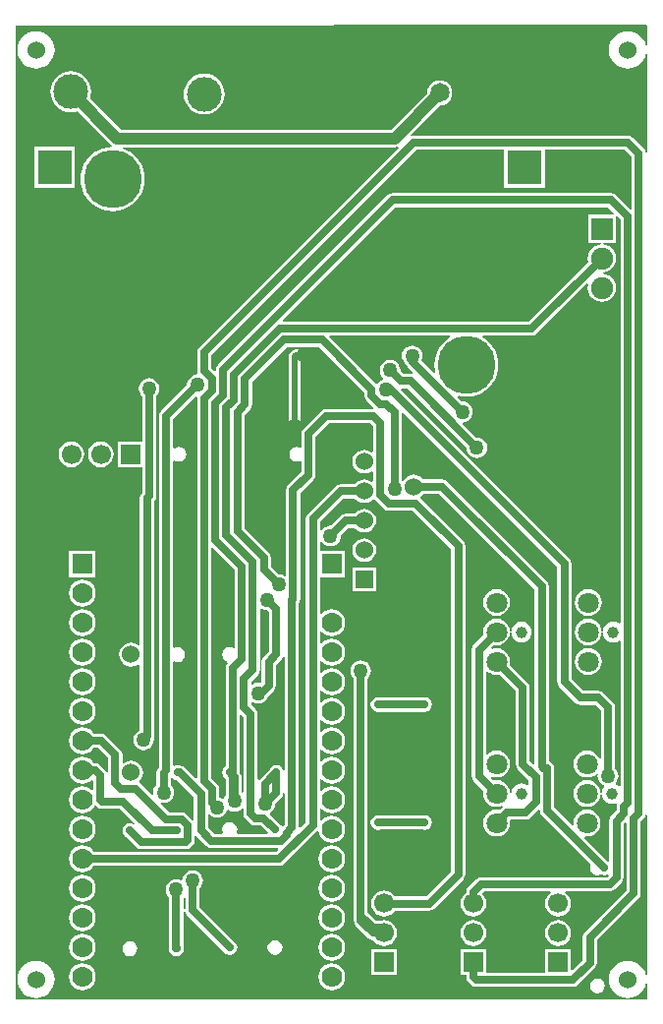
<source format=gtl>
G04 Layer_Physical_Order=1*
G04 Layer_Color=25308*
%FSLAX24Y24*%
%MOIN*%
G70*
G01*
G75*
%ADD10C,0.0197*%
%ADD11C,0.0276*%
%ADD12C,0.0394*%
%ADD13C,0.0600*%
%ADD14C,0.0700*%
%ADD15R,0.0700X0.0700*%
%ADD16R,0.0669X0.0669*%
%ADD17C,0.0669*%
%ADD18R,0.0669X0.0669*%
%ADD19R,0.0750X0.0750*%
%ADD20C,0.0750*%
%ADD21C,0.1181*%
%ADD22C,0.0709*%
%ADD23C,0.0394*%
%ADD24R,0.0600X0.0600*%
%ADD25R,0.1181X0.1181*%
%ADD26C,0.1969*%
%ADD27C,0.0650*%
%ADD28C,0.0500*%
G36*
X16105Y30361D02*
X16096Y30319D01*
Y17462D01*
X16050Y17443D01*
X15684Y17809D01*
X15605Y17862D01*
X15512Y17880D01*
X15496D01*
X15433Y17893D01*
X15336Y17873D01*
X15327Y17867D01*
X15282Y17891D01*
Y21385D01*
X15327Y21408D01*
X15336Y21402D01*
X15433Y21383D01*
X15531Y21402D01*
X15613Y21458D01*
X15669Y21540D01*
X15688Y21638D01*
X15669Y21735D01*
X15613Y21818D01*
X15531Y21873D01*
X15433Y21893D01*
X15336Y21873D01*
X15327Y21867D01*
X15282Y21891D01*
Y28202D01*
X15332Y28229D01*
X15391Y28190D01*
X15488Y28170D01*
X15586Y28190D01*
X15668Y28245D01*
X15724Y28328D01*
X15743Y28425D01*
X15724Y28523D01*
X15668Y28605D01*
X15586Y28661D01*
X15488Y28680D01*
X15391Y28661D01*
X15332Y28622D01*
X15282Y28649D01*
Y29610D01*
X16058Y30386D01*
X16105Y30361D01*
D02*
G37*
G36*
X26031Y21005D02*
X26141Y20959D01*
X26260Y20943D01*
X26362Y20957D01*
X26908Y20411D01*
Y17930D01*
X26926Y17837D01*
X26979Y17759D01*
X27352Y17385D01*
Y17237D01*
X27307Y17215D01*
X27285Y17231D01*
X27201Y17266D01*
X27110Y17278D01*
X27020Y17266D01*
X26936Y17231D01*
X26863Y17176D01*
X26808Y17104D01*
X26773Y17019D01*
X26765Y16957D01*
X26714D01*
X26703Y17048D01*
X26657Y17158D01*
X26584Y17253D01*
X26489Y17326D01*
X26378Y17372D01*
X26260Y17387D01*
X26158Y17374D01*
X26070Y17462D01*
X26098Y17504D01*
X26141Y17486D01*
X26260Y17471D01*
X26378Y17486D01*
X26489Y17532D01*
X26584Y17605D01*
X26657Y17700D01*
X26702Y17811D01*
X26718Y17929D01*
X26702Y18048D01*
X26657Y18158D01*
X26584Y18253D01*
X26489Y18326D01*
X26378Y18372D01*
X26260Y18387D01*
X26141Y18372D01*
X26031Y18326D01*
X25952Y18266D01*
X25902Y18288D01*
Y21043D01*
X25952Y21065D01*
X26031Y21005D01*
D02*
G37*
G36*
X21780Y30517D02*
Y30418D01*
X21798Y30325D01*
X21851Y30247D01*
X22086Y30011D01*
X22085Y30004D01*
X22064Y29962D01*
X20480D01*
X20387Y29944D01*
X20309Y29891D01*
X19709Y29291D01*
X19656Y29213D01*
X19638Y29120D01*
Y28679D01*
X19593Y28656D01*
X19586Y28661D01*
X19488Y28680D01*
X19391Y28661D01*
X19308Y28605D01*
X19253Y28523D01*
X19233Y28425D01*
X19253Y28328D01*
X19308Y28245D01*
X19391Y28190D01*
X19488Y28170D01*
X19586Y28190D01*
X19593Y28195D01*
X19638Y28171D01*
Y27830D01*
X19186Y27379D01*
X19134Y27301D01*
X19115Y27208D01*
Y24319D01*
X19071Y24297D01*
X19047Y24316D01*
X18961Y24351D01*
X18870Y24363D01*
X18861Y24362D01*
X18608Y24615D01*
Y24930D01*
X18590Y25023D01*
X18537Y25102D01*
X17708Y25931D01*
Y29752D01*
X17896Y29940D01*
X17949Y30018D01*
X17967Y30111D01*
X17967Y30111D01*
Y30872D01*
X19157Y32062D01*
X20235D01*
X21780Y30517D01*
D02*
G37*
G36*
X22068Y29390D02*
Y28513D01*
X22018Y28489D01*
X21973Y28523D01*
X21876Y28563D01*
X21772Y28577D01*
X21667Y28563D01*
X21570Y28523D01*
X21486Y28458D01*
X21422Y28375D01*
X21382Y28278D01*
X21368Y28173D01*
X21382Y28069D01*
X21422Y27971D01*
X21486Y27888D01*
X21570Y27824D01*
X21667Y27784D01*
X21772Y27770D01*
X21876Y27784D01*
X21973Y27824D01*
X22018Y27858D01*
X22068Y27833D01*
Y27513D01*
X22018Y27489D01*
X21973Y27523D01*
X21876Y27563D01*
X21772Y27577D01*
X21667Y27563D01*
X21570Y27523D01*
X21486Y27459D01*
X21454Y27416D01*
X20965D01*
X20872Y27397D01*
X20793Y27345D01*
X19860Y26411D01*
X19807Y26333D01*
X19789Y26240D01*
Y15962D01*
X19599Y15772D01*
X19552Y15796D01*
Y23382D01*
X19582Y23426D01*
X19600Y23518D01*
Y27107D01*
X20051Y27559D01*
X20104Y27637D01*
X20122Y27730D01*
Y29020D01*
X20580Y29478D01*
X21980D01*
X22068Y29390D01*
D02*
G37*
G36*
X18303Y23184D02*
X18389Y23149D01*
X18480Y23137D01*
X18489Y23138D01*
X18537Y23090D01*
Y21738D01*
X18359Y21560D01*
X18306Y21481D01*
X18288Y21388D01*
Y20717D01*
X18286Y20714D01*
X18238Y20675D01*
X18180Y20683D01*
X18089Y20671D01*
X18003Y20636D01*
X17976Y20615D01*
X17931Y20637D01*
Y20721D01*
X18161Y20951D01*
X18214Y21030D01*
X18232Y21123D01*
Y23182D01*
X18277Y23204D01*
X18303Y23184D01*
D02*
G37*
G36*
X17372Y24519D02*
Y21880D01*
X17328Y21856D01*
X17302Y21873D01*
X17205Y21893D01*
X17107Y21873D01*
X17024Y21818D01*
X16969Y21735D01*
X16950Y21638D01*
X16969Y21540D01*
X17024Y21458D01*
X17106Y21403D01*
X17109Y21401D01*
X17127Y21347D01*
X17089Y21290D01*
X17071Y21197D01*
Y17849D01*
X17024Y17818D01*
X16969Y17735D01*
X16950Y17638D01*
X16969Y17540D01*
X17024Y17458D01*
X17071Y17427D01*
Y16868D01*
X17054Y16847D01*
X17025Y16776D01*
X16973Y16753D01*
X16957Y16766D01*
X16871Y16801D01*
X16848Y16804D01*
Y17076D01*
X16830Y17168D01*
X16777Y17247D01*
X16581Y17443D01*
Y25244D01*
X16627Y25263D01*
X17372Y24519D01*
D02*
G37*
G36*
X28318Y24630D02*
Y20730D01*
X28336Y20637D01*
X28389Y20559D01*
X28949Y19999D01*
X29027Y19946D01*
X29120Y19928D01*
X29610D01*
X29798Y19740D01*
Y18120D01*
X29748Y18110D01*
X29728Y18158D01*
X29655Y18253D01*
X29560Y18326D01*
X29449Y18372D01*
X29331Y18387D01*
X29212Y18372D01*
X29102Y18326D01*
X29007Y18253D01*
X28934Y18158D01*
X28888Y18048D01*
X28872Y17929D01*
X28888Y17811D01*
X28934Y17700D01*
X29007Y17605D01*
X29102Y17532D01*
X29212Y17486D01*
X29331Y17471D01*
X29449Y17486D01*
X29560Y17532D01*
X29646Y17598D01*
X29678Y17586D01*
X29693Y17574D01*
X29687Y17530D01*
X29699Y17439D01*
X29734Y17353D01*
X29790Y17280D01*
X29863Y17224D01*
X29900Y17209D01*
X29914Y17149D01*
X29879Y17104D01*
X29844Y17019D01*
X29836Y16957D01*
X29785D01*
X29773Y17048D01*
X29728Y17158D01*
X29655Y17253D01*
X29560Y17326D01*
X29449Y17372D01*
X29331Y17387D01*
X29212Y17372D01*
X29102Y17326D01*
X29007Y17253D01*
X28934Y17158D01*
X28888Y17048D01*
X28872Y16929D01*
X28888Y16811D01*
X28934Y16700D01*
X29007Y16605D01*
X29102Y16532D01*
X29212Y16487D01*
X29331Y16471D01*
X29449Y16487D01*
X29560Y16532D01*
X29655Y16605D01*
X29728Y16700D01*
X29773Y16811D01*
X29785Y16901D01*
X29836D01*
X29844Y16839D01*
X29879Y16755D01*
X29934Y16682D01*
X30007Y16627D01*
X30091Y16592D01*
X30181Y16580D01*
X30271Y16592D01*
X30312Y16609D01*
X30323Y16603D01*
X30351Y16571D01*
X30336Y16492D01*
Y16349D01*
X30159Y16171D01*
X30106Y16093D01*
X30088Y16000D01*
Y14651D01*
X30041Y14632D01*
X29241Y15432D01*
X29265Y15480D01*
X29331Y15471D01*
X29449Y15487D01*
X29560Y15532D01*
X29655Y15605D01*
X29728Y15700D01*
X29773Y15811D01*
X29789Y15929D01*
X29773Y16048D01*
X29728Y16158D01*
X29655Y16253D01*
X29560Y16326D01*
X29449Y16372D01*
X29331Y16387D01*
X29212Y16372D01*
X29102Y16326D01*
X29007Y16253D01*
X28934Y16158D01*
X28888Y16048D01*
X28872Y15929D01*
X28881Y15863D01*
X28834Y15840D01*
X28212Y16461D01*
X28212Y17789D01*
Y17789D01*
Y17789D01*
X28205Y17826D01*
X28194Y17881D01*
X28194Y17881D01*
Y17881D01*
X28167Y17921D01*
X28141Y17960D01*
X28141D01*
Y17960D01*
X28102Y17986D01*
X28062Y18013D01*
X28062D01*
X28062Y18013D01*
X28042Y18017D01*
Y23950D01*
X28024Y24043D01*
X27971Y24121D01*
X24587Y27506D01*
X24508Y27559D01*
X24415Y27577D01*
X23772D01*
X23739Y27620D01*
X23656Y27684D01*
X23558Y27724D01*
X23454Y27738D01*
X23350Y27724D01*
X23252Y27684D01*
X23169Y27620D01*
X23105Y27536D01*
X23093Y27508D01*
X23092Y27507D01*
X23042Y27517D01*
Y29834D01*
X23067Y29853D01*
X23085Y29863D01*
X28318Y24630D01*
D02*
G37*
G36*
X19068Y21548D02*
Y17728D01*
X19018Y17723D01*
X19015Y17735D01*
X18960Y17818D01*
X18877Y17873D01*
X18780Y17893D01*
X18682Y17873D01*
X18599Y17818D01*
X18564Y17765D01*
X18229Y17430D01*
X18205Y17394D01*
X18155Y17409D01*
Y19623D01*
X18136Y19715D01*
X18084Y19794D01*
X17931Y19947D01*
Y20023D01*
X17976Y20045D01*
X18003Y20024D01*
X18089Y19989D01*
X18180Y19977D01*
X18271Y19989D01*
X18357Y20024D01*
X18430Y20080D01*
X18486Y20153D01*
X18506Y20204D01*
X18701Y20399D01*
X18754Y20477D01*
X18772Y20570D01*
Y21288D01*
X18907Y21422D01*
X18960Y21458D01*
X19015Y21540D01*
X19018Y21553D01*
X19068Y21548D01*
D02*
G37*
G36*
X17670Y19522D02*
Y16986D01*
X17620Y16960D01*
X17612Y16965D01*
Y17473D01*
X17594Y17565D01*
X17556Y17623D01*
Y19571D01*
X17602Y19590D01*
X17670Y19522D01*
D02*
G37*
G36*
Y16408D02*
Y16260D01*
X17688Y16167D01*
X17741Y16089D01*
X17909Y15921D01*
X17987Y15868D01*
X18080Y15850D01*
X18256D01*
X18493Y15612D01*
X18473Y15562D01*
X17468D01*
X17439Y15603D01*
X17440Y15612D01*
X17460Y15709D01*
X17440Y15806D01*
X17385Y15889D01*
X17302Y15944D01*
X17205Y15964D01*
X17107Y15944D01*
X17024Y15889D01*
X16969Y15806D01*
X16950Y15709D01*
X16969Y15612D01*
X16970Y15603D01*
X16942Y15562D01*
X16690D01*
X16472Y15780D01*
Y16204D01*
X16522Y16221D01*
X16530Y16210D01*
X16603Y16154D01*
X16689Y16119D01*
X16780Y16107D01*
X16871Y16119D01*
X16957Y16154D01*
X17030Y16210D01*
X17086Y16283D01*
X17115Y16354D01*
X17167Y16377D01*
X17183Y16364D01*
X17269Y16329D01*
X17360Y16317D01*
X17365Y16318D01*
X17370Y16317D01*
X17461Y16329D01*
X17547Y16364D01*
X17620Y16420D01*
X17622Y16424D01*
X17670Y16408D01*
D02*
G37*
G36*
X30848Y38510D02*
Y36751D01*
X30801Y36732D01*
X30321Y37211D01*
X30243Y37264D01*
X30150Y37282D01*
X22730D01*
X22637Y37264D01*
X22559Y37211D01*
X16802Y31455D01*
X16749Y31376D01*
X16731Y31283D01*
Y31257D01*
X16685Y31238D01*
X16581Y31342D01*
Y31778D01*
X23540Y38738D01*
X26514D01*
Y37459D01*
X27895D01*
Y38738D01*
X30620D01*
X30848Y38510D01*
D02*
G37*
G36*
X31374Y42953D02*
Y42281D01*
X31324Y42273D01*
X31295Y42369D01*
X31236Y42479D01*
X31157Y42575D01*
X31061Y42654D01*
X30951Y42712D01*
X30832Y42748D01*
X30709Y42761D01*
X30585Y42748D01*
X30466Y42712D01*
X30356Y42654D01*
X30260Y42575D01*
X30181Y42479D01*
X30122Y42369D01*
X30086Y42250D01*
X30074Y42126D01*
X30086Y42002D01*
X30122Y41883D01*
X30181Y41773D01*
X30260Y41677D01*
X30356Y41598D01*
X30466Y41540D01*
X30585Y41504D01*
X30709Y41491D01*
X30832Y41504D01*
X30951Y41540D01*
X31061Y41598D01*
X31157Y41677D01*
X31236Y41773D01*
X31295Y41883D01*
X31324Y41978D01*
X31374Y41971D01*
Y38658D01*
X31324Y38653D01*
X31314Y38703D01*
X31261Y38781D01*
X30891Y39151D01*
X30813Y39204D01*
X30720Y39222D01*
X23440D01*
X23363Y39207D01*
X23338Y39253D01*
X24326Y40241D01*
X24331Y40241D01*
X24442Y40255D01*
X24545Y40298D01*
X24634Y40366D01*
X24702Y40455D01*
X24745Y40558D01*
X24759Y40669D01*
X24745Y40780D01*
X24702Y40884D01*
X24634Y40972D01*
X24545Y41040D01*
X24442Y41083D01*
X24331Y41098D01*
X24220Y41083D01*
X24116Y41040D01*
X24028Y40972D01*
X23960Y40884D01*
X23917Y40780D01*
X23902Y40669D01*
X23903Y40665D01*
X22671Y39433D01*
X13510D01*
X12463Y40480D01*
X12492Y40573D01*
X12505Y40709D01*
X12492Y40844D01*
X12452Y40974D01*
X12388Y41094D01*
X12302Y41199D01*
X12197Y41286D01*
X12077Y41350D01*
X11946Y41389D01*
X11811Y41403D01*
X11676Y41389D01*
X11545Y41350D01*
X11426Y41286D01*
X11320Y41199D01*
X11234Y41094D01*
X11170Y40974D01*
X11130Y40844D01*
X11117Y40709D01*
X11130Y40573D01*
X11170Y40443D01*
X11234Y40323D01*
X11320Y40218D01*
X11426Y40132D01*
X11545Y40068D01*
X11676Y40028D01*
X11811Y40015D01*
X11946Y40028D01*
X12040Y40056D01*
X13174Y38922D01*
X13213Y38892D01*
X13198Y38841D01*
X13058Y38830D01*
X12892Y38790D01*
X12735Y38725D01*
X12589Y38636D01*
X12459Y38525D01*
X12348Y38395D01*
X12259Y38250D01*
X12194Y38092D01*
X12154Y37926D01*
X12141Y37756D01*
X12154Y37586D01*
X12194Y37420D01*
X12259Y37262D01*
X12348Y37117D01*
X12459Y36987D01*
X12589Y36876D01*
X12735Y36787D01*
X12892Y36722D01*
X13058Y36682D01*
X13228Y36668D01*
X13398Y36682D01*
X13564Y36722D01*
X13722Y36787D01*
X13868Y36876D01*
X13997Y36987D01*
X14108Y37117D01*
X14197Y37262D01*
X14263Y37420D01*
X14303Y37586D01*
X14316Y37756D01*
X14303Y37926D01*
X14263Y38092D01*
X14197Y38250D01*
X14108Y38395D01*
X13997Y38525D01*
X13868Y38636D01*
X13722Y38725D01*
X13578Y38784D01*
X13588Y38834D01*
X22795D01*
X22873Y38845D01*
X22894Y38853D01*
X22904Y38858D01*
X22932Y38815D01*
X16167Y32050D01*
X16115Y31971D01*
X16096Y31879D01*
Y31241D01*
X16108Y31181D01*
X16073Y31129D01*
X16072Y31128D01*
X16019Y31121D01*
X15933Y31086D01*
X15860Y31030D01*
X15804Y30957D01*
X15769Y30871D01*
X15757Y30780D01*
X15758Y30771D01*
X14869Y29881D01*
X14816Y29803D01*
X14798Y29710D01*
Y17810D01*
X14789Y17802D01*
X14737Y17723D01*
X14718Y17631D01*
Y17224D01*
X14711Y17218D01*
X14655Y17145D01*
X14620Y17060D01*
X14608Y16968D01*
X14617Y16897D01*
X14570Y16873D01*
X14171Y17271D01*
X14136Y17295D01*
X14134Y17345D01*
X14144Y17353D01*
X14208Y17436D01*
X14248Y17533D01*
X14262Y17638D01*
X14248Y17742D01*
X14208Y17840D01*
X14144Y17923D01*
X14060Y17987D01*
X13963Y18028D01*
X13858Y18041D01*
X13754Y18028D01*
X13657Y17987D01*
X13612Y17953D01*
X13562Y17978D01*
Y18240D01*
X13544Y18333D01*
X13491Y18411D01*
X13015Y18888D01*
X12936Y18941D01*
X12843Y18959D01*
X12586D01*
X12526Y19037D01*
X12432Y19110D01*
X12322Y19155D01*
X12205Y19170D01*
X12087Y19155D01*
X11978Y19110D01*
X11884Y19037D01*
X11812Y18943D01*
X11766Y18834D01*
X11751Y18717D01*
X11766Y18599D01*
X11812Y18490D01*
X11884Y18396D01*
X11978Y18323D01*
X12087Y18278D01*
X12205Y18263D01*
X12322Y18278D01*
X12432Y18323D01*
X12526Y18396D01*
X12586Y18474D01*
X12743D01*
X13078Y18140D01*
Y17657D01*
X13077Y17657D01*
X13028Y17649D01*
X12981Y17718D01*
X12811Y17888D01*
X12733Y17941D01*
X12640Y17959D01*
X12586D01*
X12526Y18037D01*
X12432Y18110D01*
X12322Y18155D01*
X12205Y18170D01*
X12087Y18155D01*
X11978Y18110D01*
X11884Y18037D01*
X11812Y17943D01*
X11766Y17834D01*
X11751Y17717D01*
X11766Y17599D01*
X11812Y17490D01*
X11884Y17396D01*
X11978Y17323D01*
X12087Y17278D01*
X12205Y17263D01*
X12322Y17278D01*
X12432Y17323D01*
X12518Y17389D01*
X12548Y17381D01*
X12568Y17368D01*
Y17057D01*
X12518Y17044D01*
X12432Y17110D01*
X12322Y17155D01*
X12205Y17170D01*
X12087Y17155D01*
X11978Y17110D01*
X11884Y17037D01*
X11812Y16943D01*
X11766Y16834D01*
X11751Y16717D01*
X11766Y16599D01*
X11812Y16490D01*
X11884Y16396D01*
X11978Y16323D01*
X12087Y16278D01*
X12205Y16263D01*
X12322Y16278D01*
X12432Y16323D01*
X12526Y16396D01*
X12598Y16490D01*
X12608Y16514D01*
X12667Y16526D01*
X12707Y16486D01*
X12785Y16434D01*
X12878Y16415D01*
X13486D01*
X13977Y15924D01*
X13945Y15886D01*
X13916Y15905D01*
X13819Y15924D01*
X13721Y15905D01*
X13639Y15850D01*
X13583Y15767D01*
X13564Y15669D01*
X13583Y15572D01*
X13639Y15489D01*
X13692Y15454D01*
X14037Y15109D01*
X14115Y15056D01*
X14208Y15038D01*
X15702D01*
X15794Y15056D01*
X15873Y15109D01*
X15953Y15189D01*
X16006Y15267D01*
X16024Y15360D01*
Y15472D01*
X16074Y15493D01*
X16419Y15149D01*
X16497Y15096D01*
X16590Y15078D01*
X18839D01*
X18858Y15031D01*
X18786Y14959D01*
X12586D01*
X12526Y15037D01*
X12432Y15110D01*
X12322Y15155D01*
X12205Y15170D01*
X12087Y15155D01*
X11978Y15110D01*
X11884Y15037D01*
X11812Y14943D01*
X11766Y14834D01*
X11751Y14717D01*
X11766Y14599D01*
X11812Y14490D01*
X11884Y14396D01*
X11978Y14323D01*
X12087Y14278D01*
X12205Y14263D01*
X12322Y14278D01*
X12432Y14323D01*
X12526Y14396D01*
X12586Y14474D01*
X18887D01*
X18979Y14493D01*
X19058Y14545D01*
X20172Y15660D01*
X20225Y15642D01*
X20231Y15599D01*
X20276Y15490D01*
X20348Y15396D01*
X20442Y15323D01*
X20552Y15278D01*
X20669Y15263D01*
X20787Y15278D01*
X20896Y15323D01*
X20990Y15396D01*
X21062Y15490D01*
X21108Y15599D01*
X21123Y15717D01*
X21108Y15834D01*
X21062Y15943D01*
X20990Y16037D01*
X20896Y16110D01*
X20787Y16155D01*
X20669Y16170D01*
X20552Y16155D01*
X20442Y16110D01*
X20348Y16037D01*
X20324Y16006D01*
X20274Y16023D01*
Y16411D01*
X20324Y16428D01*
X20348Y16396D01*
X20442Y16323D01*
X20552Y16278D01*
X20669Y16263D01*
X20787Y16278D01*
X20896Y16323D01*
X20990Y16396D01*
X21062Y16490D01*
X21108Y16599D01*
X21123Y16717D01*
X21108Y16834D01*
X21062Y16943D01*
X20990Y17037D01*
X20896Y17110D01*
X20787Y17155D01*
X20669Y17170D01*
X20552Y17155D01*
X20442Y17110D01*
X20348Y17037D01*
X20324Y17006D01*
X20274Y17023D01*
Y17411D01*
X20324Y17428D01*
X20348Y17396D01*
X20442Y17323D01*
X20552Y17278D01*
X20669Y17263D01*
X20787Y17278D01*
X20896Y17323D01*
X20990Y17396D01*
X21062Y17490D01*
X21108Y17599D01*
X21123Y17717D01*
X21108Y17834D01*
X21062Y17943D01*
X20990Y18037D01*
X20896Y18110D01*
X20787Y18155D01*
X20669Y18170D01*
X20552Y18155D01*
X20442Y18110D01*
X20348Y18037D01*
X20324Y18006D01*
X20274Y18023D01*
Y18411D01*
X20324Y18428D01*
X20348Y18396D01*
X20442Y18323D01*
X20552Y18278D01*
X20669Y18263D01*
X20787Y18278D01*
X20896Y18323D01*
X20990Y18396D01*
X21062Y18490D01*
X21108Y18599D01*
X21123Y18717D01*
X21108Y18834D01*
X21062Y18943D01*
X20990Y19037D01*
X20896Y19110D01*
X20787Y19155D01*
X20669Y19170D01*
X20552Y19155D01*
X20442Y19110D01*
X20348Y19037D01*
X20324Y19006D01*
X20274Y19023D01*
Y19411D01*
X20324Y19428D01*
X20348Y19396D01*
X20442Y19323D01*
X20552Y19278D01*
X20669Y19263D01*
X20787Y19278D01*
X20896Y19323D01*
X20990Y19396D01*
X21062Y19490D01*
X21108Y19599D01*
X21123Y19717D01*
X21108Y19834D01*
X21062Y19943D01*
X20990Y20037D01*
X20896Y20110D01*
X20787Y20155D01*
X20669Y20170D01*
X20552Y20155D01*
X20442Y20110D01*
X20348Y20037D01*
X20324Y20006D01*
X20274Y20023D01*
Y20411D01*
X20324Y20428D01*
X20348Y20396D01*
X20442Y20323D01*
X20552Y20278D01*
X20669Y20263D01*
X20787Y20278D01*
X20896Y20323D01*
X20990Y20396D01*
X21062Y20490D01*
X21108Y20599D01*
X21123Y20717D01*
X21108Y20834D01*
X21062Y20943D01*
X20990Y21037D01*
X20896Y21110D01*
X20787Y21155D01*
X20669Y21170D01*
X20552Y21155D01*
X20442Y21110D01*
X20348Y21037D01*
X20324Y21006D01*
X20274Y21023D01*
Y21411D01*
X20324Y21428D01*
X20348Y21396D01*
X20442Y21323D01*
X20552Y21278D01*
X20669Y21263D01*
X20787Y21278D01*
X20896Y21323D01*
X20990Y21396D01*
X21062Y21490D01*
X21108Y21599D01*
X21123Y21717D01*
X21108Y21834D01*
X21062Y21943D01*
X20990Y22037D01*
X20896Y22110D01*
X20787Y22155D01*
X20669Y22170D01*
X20552Y22155D01*
X20442Y22110D01*
X20348Y22037D01*
X20324Y22006D01*
X20274Y22023D01*
Y22411D01*
X20324Y22428D01*
X20348Y22396D01*
X20442Y22323D01*
X20552Y22278D01*
X20669Y22263D01*
X20787Y22278D01*
X20896Y22323D01*
X20990Y22396D01*
X21062Y22490D01*
X21108Y22599D01*
X21123Y22717D01*
X21108Y22834D01*
X21062Y22943D01*
X20990Y23037D01*
X20896Y23110D01*
X20787Y23155D01*
X20669Y23170D01*
X20552Y23155D01*
X20442Y23110D01*
X20348Y23037D01*
X20324Y23006D01*
X20274Y23023D01*
Y24267D01*
X21119D01*
Y25167D01*
X20274D01*
Y25456D01*
X20324Y25471D01*
X20370Y25410D01*
X20443Y25354D01*
X20529Y25319D01*
X20620Y25307D01*
X20711Y25319D01*
X20797Y25354D01*
X20870Y25410D01*
X20926Y25483D01*
X20961Y25569D01*
X20973Y25660D01*
X20972Y25669D01*
X21234Y25931D01*
X21454D01*
X21486Y25888D01*
X21570Y25824D01*
X21667Y25784D01*
X21772Y25770D01*
X21876Y25784D01*
X21973Y25824D01*
X22057Y25888D01*
X22121Y25971D01*
X22161Y26069D01*
X22175Y26173D01*
X22161Y26278D01*
X22121Y26375D01*
X22057Y26458D01*
X21973Y26523D01*
X21876Y26563D01*
X21772Y26577D01*
X21667Y26563D01*
X21570Y26523D01*
X21486Y26458D01*
X21454Y26416D01*
X21133D01*
X21040Y26397D01*
X20962Y26345D01*
X20629Y26012D01*
X20620Y26013D01*
X20529Y26001D01*
X20443Y25966D01*
X20370Y25910D01*
X20324Y25849D01*
X20274Y25864D01*
Y26140D01*
X21065Y26931D01*
X21454D01*
X21486Y26888D01*
X21570Y26824D01*
X21667Y26784D01*
X21772Y26770D01*
X21876Y26784D01*
X21973Y26824D01*
X22057Y26888D01*
X22068Y26902D01*
X22117Y26900D01*
X22139Y26869D01*
X22363Y26644D01*
X22393Y26624D01*
X22439Y26579D01*
X22517Y26526D01*
X22610Y26508D01*
X23420D01*
X24718Y25210D01*
Y14300D01*
X23860Y13442D01*
X22806D01*
X22751Y13515D01*
X22660Y13584D01*
X22554Y13628D01*
X22441Y13643D01*
X22327Y13628D01*
X22222Y13584D01*
X22131Y13515D01*
X22061Y13424D01*
X22017Y13318D01*
X22003Y13205D01*
X22017Y13091D01*
X22061Y12986D01*
X22131Y12895D01*
X22222Y12825D01*
X22327Y12781D01*
X22441Y12766D01*
X22554Y12781D01*
X22660Y12825D01*
X22751Y12895D01*
X22799Y12958D01*
X23960D01*
X24053Y12976D01*
X24131Y13029D01*
X25131Y14029D01*
X25184Y14107D01*
X25202Y14200D01*
Y25310D01*
X25202Y25310D01*
X25184Y25403D01*
X25131Y25481D01*
X23691Y26921D01*
X23664Y26940D01*
X23670Y26996D01*
X23739Y27049D01*
X23772Y27092D01*
X24315D01*
X27558Y23850D01*
Y17931D01*
X27511Y17912D01*
X27392Y18030D01*
Y20511D01*
X27374Y20604D01*
X27321Y20683D01*
X26705Y21300D01*
X26718Y21402D01*
X26702Y21520D01*
X26657Y21631D01*
X26584Y21726D01*
X26489Y21798D01*
X26378Y21844D01*
X26260Y21860D01*
X26141Y21844D01*
X26098Y21826D01*
X26070Y21869D01*
X26158Y21957D01*
X26260Y21943D01*
X26378Y21959D01*
X26489Y22005D01*
X26584Y22078D01*
X26657Y22172D01*
X26703Y22283D01*
X26714Y22374D01*
X26765D01*
X26773Y22311D01*
X26808Y22227D01*
X26863Y22155D01*
X26936Y22099D01*
X27020Y22064D01*
X27110Y22053D01*
X27201Y22064D01*
X27285Y22099D01*
X27357Y22155D01*
X27413Y22227D01*
X27447Y22311D01*
X27459Y22402D01*
X27447Y22492D01*
X27413Y22576D01*
X27357Y22648D01*
X27285Y22704D01*
X27201Y22739D01*
X27110Y22751D01*
X27020Y22739D01*
X26936Y22704D01*
X26863Y22648D01*
X26808Y22576D01*
X26773Y22492D01*
X26765Y22430D01*
X26714D01*
X26703Y22520D01*
X26657Y22631D01*
X26584Y22726D01*
X26489Y22798D01*
X26378Y22844D01*
X26260Y22860D01*
X26141Y22844D01*
X26031Y22798D01*
X25936Y22726D01*
X25863Y22631D01*
X25817Y22520D01*
X25802Y22402D01*
X25815Y22300D01*
X25489Y21973D01*
X25436Y21894D01*
X25418Y21802D01*
Y17529D01*
X25436Y17436D01*
X25489Y17358D01*
X25815Y17031D01*
X25802Y16929D01*
X25817Y16811D01*
X25863Y16700D01*
X25936Y16605D01*
X26031Y16532D01*
X26141Y16487D01*
X26260Y16471D01*
X26378Y16487D01*
X26440Y16512D01*
X26463Y16468D01*
X26439Y16451D01*
X26362Y16374D01*
X26260Y16387D01*
X26141Y16372D01*
X26031Y16326D01*
X25936Y16253D01*
X25863Y16158D01*
X25817Y16048D01*
X25802Y15929D01*
X25817Y15811D01*
X25863Y15700D01*
X25936Y15605D01*
X26031Y15532D01*
X26141Y15487D01*
X26260Y15471D01*
X26378Y15487D01*
X26489Y15532D01*
X26584Y15605D01*
X26657Y15700D01*
X26702Y15811D01*
X26718Y15929D01*
X26710Y15988D01*
X26754Y16038D01*
X27234D01*
X27327Y16056D01*
X27406Y16109D01*
X27681Y16384D01*
X27709Y16372D01*
X27727Y16360D01*
X27735Y16324D01*
X27746Y16268D01*
X27746Y16268D01*
Y16268D01*
X27772Y16229D01*
X27798Y16190D01*
X27798D01*
Y16190D01*
X29462Y14526D01*
X29450Y14507D01*
X29430Y14409D01*
X29450Y14312D01*
X29505Y14229D01*
X29587Y14174D01*
X29685Y14155D01*
X29783Y14174D01*
X29814Y14195D01*
X29828Y14185D01*
X29921Y14167D01*
X30014Y14185D01*
X30038Y14201D01*
X30069Y14162D01*
X30010Y14102D01*
X25732D01*
X25732Y14102D01*
X25640Y14084D01*
X25561Y14031D01*
X25301Y13771D01*
X25248Y13693D01*
X25230Y13600D01*
Y13567D01*
X25162Y13515D01*
X25093Y13424D01*
X25049Y13318D01*
X25034Y13205D01*
X25049Y13091D01*
X25093Y12986D01*
X25162Y12895D01*
X25253Y12825D01*
X25359Y12781D01*
X25472Y12766D01*
X25586Y12781D01*
X25692Y12825D01*
X25782Y12895D01*
X25852Y12986D01*
X25896Y13091D01*
X25911Y13205D01*
X25896Y13318D01*
X25852Y13424D01*
X25782Y13515D01*
X25779Y13564D01*
X25833Y13618D01*
X28088D01*
X28105Y13568D01*
X28036Y13515D01*
X27967Y13424D01*
X27923Y13318D01*
X27908Y13205D01*
X27923Y13091D01*
X27967Y12986D01*
X28036Y12895D01*
X28127Y12825D01*
X28233Y12781D01*
X28346Y12766D01*
X28460Y12781D01*
X28566Y12825D01*
X28656Y12895D01*
X28726Y12986D01*
X28770Y13091D01*
X28785Y13205D01*
X28770Y13318D01*
X28726Y13424D01*
X28656Y13515D01*
X28588Y13568D01*
X28605Y13618D01*
X30110D01*
X30203Y13636D01*
X30281Y13689D01*
X30501Y13909D01*
X30554Y13987D01*
X30572Y14080D01*
Y15900D01*
X30621Y15948D01*
X30668Y15929D01*
Y13640D01*
X29259Y12231D01*
X29206Y12153D01*
X29188Y12060D01*
Y11300D01*
X28827Y10940D01*
X28781Y10959D01*
Y11639D01*
X27912D01*
Y10862D01*
X25907D01*
Y11639D01*
X25038D01*
Y10770D01*
X25230D01*
Y10720D01*
X25248Y10627D01*
X25301Y10549D01*
X25401Y10449D01*
X25480Y10396D01*
X25572Y10378D01*
X28850D01*
X28943Y10396D01*
X29021Y10449D01*
X29601Y11029D01*
X29654Y11107D01*
X29672Y11200D01*
Y11960D01*
X31081Y13369D01*
X31134Y13447D01*
X31152Y13540D01*
Y15970D01*
X31261Y16079D01*
X31314Y16157D01*
X31324Y16207D01*
X31374Y16202D01*
Y10785D01*
X31324Y10777D01*
X31295Y10873D01*
X31236Y10982D01*
X31157Y11079D01*
X31061Y11158D01*
X30951Y11216D01*
X30832Y11252D01*
X30709Y11264D01*
X30585Y11252D01*
X30466Y11216D01*
X30356Y11158D01*
X30260Y11079D01*
X30181Y10982D01*
X30122Y10873D01*
X30086Y10754D01*
X30074Y10630D01*
X30086Y10506D01*
X30122Y10387D01*
X30181Y10277D01*
X30260Y10181D01*
X30356Y10102D01*
X30466Y10044D01*
X30585Y10008D01*
X30709Y9995D01*
X30832Y10008D01*
X30951Y10044D01*
X31061Y10102D01*
X31157Y10181D01*
X31236Y10277D01*
X31295Y10387D01*
X31324Y10482D01*
X31374Y10475D01*
Y9945D01*
X9945D01*
Y42968D01*
X31338Y42988D01*
X31374Y42953D01*
D02*
G37*
G36*
X19068Y16932D02*
Y15880D01*
X19018Y15831D01*
X18954Y15838D01*
X18920Y15889D01*
X18867Y15924D01*
X18567Y16225D01*
X18572Y16251D01*
X18583Y16279D01*
X18650Y16330D01*
X18706Y16403D01*
X18741Y16489D01*
X18753Y16580D01*
X18752Y16589D01*
X18951Y16788D01*
X19004Y16867D01*
X19018Y16937D01*
X19068Y16932D01*
D02*
G37*
G36*
X30468Y36380D02*
Y22711D01*
X30418Y22687D01*
X30395Y22704D01*
X30311Y22739D01*
X30220Y22751D01*
X30130Y22739D01*
X30046Y22704D01*
X29974Y22648D01*
X29918Y22576D01*
X29883Y22492D01*
X29875Y22430D01*
X29825D01*
X29813Y22520D01*
X29767Y22631D01*
X29694Y22726D01*
X29599Y22798D01*
X29489Y22844D01*
X29370Y22860D01*
X29252Y22844D01*
X29141Y22798D01*
X29046Y22726D01*
X28973Y22631D01*
X28927Y22520D01*
X28912Y22402D01*
X28927Y22283D01*
X28973Y22172D01*
X29046Y22078D01*
X29141Y22005D01*
X29252Y21959D01*
X29370Y21943D01*
X29489Y21959D01*
X29599Y22005D01*
X29694Y22078D01*
X29767Y22172D01*
X29813Y22283D01*
X29825Y22374D01*
X29875D01*
X29883Y22311D01*
X29918Y22227D01*
X29974Y22155D01*
X30046Y22099D01*
X30130Y22064D01*
X30220Y22053D01*
X30311Y22064D01*
X30395Y22099D01*
X30418Y22117D01*
X30468Y22092D01*
Y17200D01*
X30418Y17184D01*
X30356Y17231D01*
X30323Y17245D01*
X30321Y17246D01*
X30309Y17305D01*
X30346Y17353D01*
X30381Y17439D01*
X30393Y17530D01*
X30381Y17621D01*
X30346Y17707D01*
X30290Y17780D01*
X30282Y17785D01*
Y19840D01*
X30264Y19933D01*
X30211Y20011D01*
X29881Y20341D01*
X29803Y20394D01*
X29710Y20412D01*
X29220D01*
X28802Y20830D01*
Y24730D01*
X28784Y24823D01*
X28731Y24901D01*
X23017Y30616D01*
X23037Y30666D01*
X23231D01*
X25238Y28659D01*
X25237Y28650D01*
X25249Y28559D01*
X25284Y28473D01*
X25340Y28400D01*
X25413Y28344D01*
X25499Y28309D01*
X25590Y28297D01*
X25681Y28309D01*
X25767Y28344D01*
X25840Y28400D01*
X25896Y28473D01*
X25931Y28559D01*
X25943Y28650D01*
X25931Y28741D01*
X25896Y28827D01*
X25840Y28900D01*
X25767Y28956D01*
X25681Y28991D01*
X25590Y29003D01*
X25581Y29002D01*
X25119Y29464D01*
X25137Y29516D01*
X25191Y29524D01*
X25277Y29559D01*
X25350Y29615D01*
X25406Y29688D01*
X25441Y29773D01*
X25453Y29865D01*
X25441Y29956D01*
X25406Y30041D01*
X25350Y30114D01*
X25277Y30170D01*
X25191Y30206D01*
X25100Y30218D01*
X25091Y30216D01*
X24948Y30359D01*
X24974Y30405D01*
X25066Y30382D01*
X25236Y30369D01*
X25406Y30382D01*
X25572Y30422D01*
X25730Y30488D01*
X25875Y30577D01*
X26005Y30688D01*
X26116Y30817D01*
X26205Y30963D01*
X26271Y31121D01*
X26310Y31287D01*
X26324Y31457D01*
X26310Y31627D01*
X26271Y31793D01*
X26205Y31950D01*
X26116Y32096D01*
X26005Y32226D01*
X25875Y32337D01*
X25792Y32388D01*
X25806Y32438D01*
X27450D01*
X27543Y32456D01*
X27622Y32509D01*
X29332Y34219D01*
X29375Y34191D01*
X29358Y34067D01*
X29375Y33943D01*
X29422Y33827D01*
X29499Y33728D01*
X29598Y33652D01*
X29713Y33604D01*
X29837Y33588D01*
X29961Y33604D01*
X30077Y33652D01*
X30176Y33728D01*
X30252Y33827D01*
X30300Y33943D01*
X30316Y34067D01*
X30300Y34191D01*
X30252Y34307D01*
X30176Y34406D01*
X30077Y34482D01*
X29961Y34530D01*
X29870Y34542D01*
Y34592D01*
X29961Y34604D01*
X30077Y34652D01*
X30176Y34728D01*
X30252Y34827D01*
X30300Y34943D01*
X30316Y35067D01*
X30300Y35191D01*
X30252Y35307D01*
X30176Y35406D01*
X30077Y35482D01*
X29961Y35530D01*
X29869Y35542D01*
X29872Y35592D01*
X30312D01*
Y36469D01*
X30359Y36489D01*
X30468Y36380D01*
D02*
G37*
G36*
X30259Y36588D02*
X30240Y36542D01*
X29362D01*
Y35592D01*
X29803D01*
X29806Y35542D01*
X29713Y35530D01*
X29598Y35482D01*
X29499Y35406D01*
X29422Y35307D01*
X29375Y35191D01*
X29358Y35067D01*
X29374Y34947D01*
X27350Y32922D01*
X19021D01*
X19002Y32969D01*
X22830Y36798D01*
X30050D01*
X30259Y36588D01*
D02*
G37*
G36*
X15336Y17402D02*
X15422Y17385D01*
X15988Y16820D01*
Y16048D01*
X15938Y16027D01*
X15733Y16231D01*
X15654Y16284D01*
X15561Y16302D01*
X15140D01*
X14865Y16578D01*
X14889Y16625D01*
X14961Y16615D01*
X15052Y16628D01*
X15137Y16663D01*
X15210Y16719D01*
X15266Y16792D01*
X15302Y16877D01*
X15314Y16968D01*
X15302Y17060D01*
X15266Y17145D01*
X15210Y17218D01*
X15203Y17224D01*
Y17442D01*
X15253Y17458D01*
X15336Y17402D01*
D02*
G37*
G36*
X24680Y32388D02*
X24597Y32337D01*
X24467Y32226D01*
X24356Y32096D01*
X24267Y31950D01*
X24202Y31793D01*
X24162Y31627D01*
X24149Y31457D01*
X24162Y31287D01*
X24184Y31194D01*
X24139Y31169D01*
X23711Y31596D01*
X23741Y31669D01*
X23753Y31760D01*
X23741Y31851D01*
X23706Y31937D01*
X23650Y32010D01*
X23577Y32066D01*
X23491Y32101D01*
X23400Y32113D01*
X23309Y32101D01*
X23223Y32066D01*
X23150Y32010D01*
X23094Y31937D01*
X23059Y31851D01*
X23047Y31760D01*
X23059Y31669D01*
X23094Y31583D01*
X23150Y31510D01*
X23172Y31494D01*
X23176Y31472D01*
X23229Y31393D01*
X23425Y31197D01*
X23424Y31184D01*
X23370Y31143D01*
X23331Y31151D01*
X23112D01*
X23002Y31261D01*
X23003Y31270D01*
X22991Y31361D01*
X22956Y31447D01*
X22900Y31520D01*
X22827Y31576D01*
X22741Y31611D01*
X22650Y31623D01*
X22559Y31611D01*
X22473Y31576D01*
X22400Y31520D01*
X22344Y31447D01*
X22309Y31361D01*
X22297Y31270D01*
X22309Y31179D01*
X22344Y31093D01*
X22400Y31020D01*
X22418Y31007D01*
X22404Y30955D01*
X22333Y30926D01*
X22260Y30870D01*
X22227Y30826D01*
X22163Y30820D01*
X22163Y30820D01*
X20592Y32391D01*
X20611Y32438D01*
X24666D01*
X24680Y32388D01*
D02*
G37*
%LPC*%
G36*
X20669Y14170D02*
X20552Y14155D01*
X20442Y14110D01*
X20348Y14037D01*
X20276Y13943D01*
X20231Y13834D01*
X20215Y13717D01*
X20231Y13599D01*
X20276Y13490D01*
X20348Y13396D01*
X20442Y13323D01*
X20552Y13278D01*
X20669Y13263D01*
X20787Y13278D01*
X20896Y13323D01*
X20990Y13396D01*
X21062Y13490D01*
X21108Y13599D01*
X21123Y13717D01*
X21108Y13834D01*
X21062Y13943D01*
X20990Y14037D01*
X20896Y14110D01*
X20787Y14155D01*
X20669Y14170D01*
D02*
G37*
G36*
X12205D02*
X12087Y14155D01*
X11978Y14110D01*
X11884Y14037D01*
X11812Y13943D01*
X11766Y13834D01*
X11751Y13717D01*
X11766Y13599D01*
X11812Y13490D01*
X11884Y13396D01*
X11978Y13323D01*
X12087Y13278D01*
X12205Y13263D01*
X12322Y13278D01*
X12432Y13323D01*
X12526Y13396D01*
X12598Y13490D01*
X12643Y13599D01*
X12659Y13717D01*
X12643Y13834D01*
X12598Y13943D01*
X12526Y14037D01*
X12432Y14110D01*
X12322Y14155D01*
X12205Y14170D01*
D02*
G37*
G36*
Y16170D02*
X12087Y16155D01*
X11978Y16110D01*
X11884Y16037D01*
X11812Y15943D01*
X11766Y15834D01*
X11751Y15717D01*
X11766Y15599D01*
X11812Y15490D01*
X11884Y15396D01*
X11978Y15323D01*
X12087Y15278D01*
X12205Y15263D01*
X12322Y15278D01*
X12432Y15323D01*
X12526Y15396D01*
X12598Y15490D01*
X12643Y15599D01*
X12659Y15717D01*
X12643Y15834D01*
X12598Y15943D01*
X12526Y16037D01*
X12432Y16110D01*
X12322Y16155D01*
X12205Y16170D01*
D02*
G37*
G36*
X20669Y15170D02*
X20552Y15155D01*
X20442Y15110D01*
X20348Y15037D01*
X20276Y14943D01*
X20231Y14834D01*
X20215Y14717D01*
X20231Y14599D01*
X20276Y14490D01*
X20348Y14396D01*
X20442Y14323D01*
X20552Y14278D01*
X20669Y14263D01*
X20787Y14278D01*
X20896Y14323D01*
X20990Y14396D01*
X21062Y14490D01*
X21108Y14599D01*
X21123Y14717D01*
X21108Y14834D01*
X21062Y14943D01*
X20990Y15037D01*
X20896Y15110D01*
X20787Y15155D01*
X20669Y15170D01*
D02*
G37*
G36*
X15945Y14329D02*
X15853Y14317D01*
X15768Y14282D01*
X15695Y14226D01*
X15639Y14153D01*
X15604Y14068D01*
X15597Y14015D01*
X15592Y14009D01*
X15543Y13986D01*
X15481Y14011D01*
X15390Y14023D01*
X15299Y14011D01*
X15213Y13976D01*
X15140Y13920D01*
X15084Y13847D01*
X15049Y13761D01*
X15037Y13670D01*
X15049Y13579D01*
X15084Y13493D01*
X15140Y13420D01*
X15148Y13415D01*
Y11713D01*
X15139Y11669D01*
X15158Y11572D01*
X15213Y11489D01*
X15296Y11434D01*
X15394Y11414D01*
X15491Y11434D01*
X15574Y11489D01*
X15629Y11572D01*
X15649Y11669D01*
X15632Y11750D01*
Y13393D01*
X15652Y13409D01*
X15702Y13385D01*
Y13058D01*
X15688Y12983D01*
X15706Y12891D01*
X15759Y12812D01*
X16989Y11581D01*
X17024Y11528D01*
X17107Y11473D01*
X17205Y11454D01*
X17302Y11473D01*
X17385Y11528D01*
X17440Y11611D01*
X17460Y11709D01*
X17440Y11806D01*
X17385Y11889D01*
X17332Y11924D01*
X16187Y13069D01*
Y13721D01*
X16194Y13727D01*
X16251Y13800D01*
X16286Y13885D01*
X16298Y13976D01*
X16286Y14068D01*
X16251Y14153D01*
X16194Y14226D01*
X16121Y14282D01*
X16036Y14317D01*
X15945Y14329D01*
D02*
G37*
G36*
X22876Y11639D02*
X22006D01*
Y10770D01*
X22876D01*
Y11639D01*
D02*
G37*
G36*
X12205Y12170D02*
X12087Y12155D01*
X11978Y12110D01*
X11884Y12037D01*
X11812Y11943D01*
X11766Y11834D01*
X11751Y11717D01*
X11766Y11599D01*
X11812Y11490D01*
X11884Y11396D01*
X11978Y11323D01*
X12087Y11278D01*
X12205Y11263D01*
X12322Y11278D01*
X12432Y11323D01*
X12526Y11396D01*
X12598Y11490D01*
X12643Y11599D01*
X12659Y11717D01*
X12643Y11834D01*
X12598Y11943D01*
X12526Y12037D01*
X12432Y12110D01*
X12322Y12155D01*
X12205Y12170D01*
D02*
G37*
G36*
X20669D02*
X20552Y12155D01*
X20442Y12110D01*
X20348Y12037D01*
X20276Y11943D01*
X20231Y11834D01*
X20215Y11717D01*
X20231Y11599D01*
X20276Y11490D01*
X20348Y11396D01*
X20442Y11323D01*
X20552Y11278D01*
X20669Y11263D01*
X20787Y11278D01*
X20896Y11323D01*
X20990Y11396D01*
X21062Y11490D01*
X21108Y11599D01*
X21123Y11717D01*
X21108Y11834D01*
X21062Y11943D01*
X20990Y12037D01*
X20896Y12110D01*
X20787Y12155D01*
X20669Y12170D01*
D02*
G37*
G36*
Y11170D02*
X20552Y11155D01*
X20442Y11110D01*
X20348Y11037D01*
X20276Y10943D01*
X20231Y10834D01*
X20215Y10717D01*
X20231Y10599D01*
X20276Y10490D01*
X20348Y10396D01*
X20442Y10323D01*
X20552Y10278D01*
X20669Y10263D01*
X20787Y10278D01*
X20896Y10323D01*
X20990Y10396D01*
X21062Y10490D01*
X21108Y10599D01*
X21123Y10717D01*
X21108Y10834D01*
X21062Y10943D01*
X20990Y11037D01*
X20896Y11110D01*
X20787Y11155D01*
X20669Y11170D01*
D02*
G37*
G36*
X10630Y11264D02*
X10506Y11252D01*
X10387Y11216D01*
X10277Y11158D01*
X10181Y11079D01*
X10102Y10982D01*
X10044Y10873D01*
X10008Y10754D01*
X9995Y10630D01*
X10008Y10506D01*
X10044Y10387D01*
X10102Y10277D01*
X10181Y10181D01*
X10277Y10102D01*
X10387Y10044D01*
X10506Y10008D01*
X10630Y9995D01*
X10754Y10008D01*
X10873Y10044D01*
X10982Y10102D01*
X11079Y10181D01*
X11158Y10277D01*
X11216Y10387D01*
X11252Y10506D01*
X11264Y10630D01*
X11252Y10754D01*
X11216Y10873D01*
X11158Y10982D01*
X11079Y11079D01*
X10982Y11158D01*
X10873Y11216D01*
X10754Y11252D01*
X10630Y11264D01*
D02*
G37*
G36*
X29685Y10664D02*
X29587Y10645D01*
X29505Y10590D01*
X29450Y10507D01*
X29430Y10409D01*
X29450Y10312D01*
X29505Y10229D01*
X29587Y10174D01*
X29685Y10155D01*
X29783Y10174D01*
X29865Y10229D01*
X29921Y10312D01*
X29940Y10409D01*
X29921Y10507D01*
X29865Y10590D01*
X29783Y10645D01*
X29685Y10664D01*
D02*
G37*
G36*
X12205Y11170D02*
X12087Y11155D01*
X11978Y11110D01*
X11884Y11037D01*
X11812Y10943D01*
X11766Y10834D01*
X11751Y10717D01*
X11766Y10599D01*
X11812Y10490D01*
X11884Y10396D01*
X11978Y10323D01*
X12087Y10278D01*
X12205Y10263D01*
X12322Y10278D01*
X12432Y10323D01*
X12526Y10396D01*
X12598Y10490D01*
X12643Y10599D01*
X12659Y10717D01*
X12643Y10834D01*
X12598Y10943D01*
X12526Y11037D01*
X12432Y11110D01*
X12322Y11155D01*
X12205Y11170D01*
D02*
G37*
G36*
X21650Y21443D02*
X21559Y21431D01*
X21473Y21396D01*
X21400Y21340D01*
X21344Y21267D01*
X21309Y21181D01*
X21297Y21090D01*
X21309Y20999D01*
X21344Y20913D01*
X21400Y20840D01*
X21408Y20835D01*
Y12800D01*
Y12635D01*
X21426Y12542D01*
X21479Y12463D01*
X21909Y12033D01*
X21987Y11981D01*
X22079Y11962D01*
X22131Y11895D01*
X22222Y11825D01*
X22327Y11781D01*
X22441Y11766D01*
X22554Y11781D01*
X22660Y11825D01*
X22751Y11895D01*
X22821Y11986D01*
X22864Y12091D01*
X22879Y12205D01*
X22864Y12318D01*
X22821Y12424D01*
X22751Y12515D01*
X22660Y12584D01*
X22554Y12628D01*
X22441Y12643D01*
X22327Y12628D01*
X22311Y12621D01*
X22256Y12632D01*
X22160D01*
X21892Y12900D01*
Y20835D01*
X21900Y20840D01*
X21956Y20913D01*
X21991Y20999D01*
X22003Y21090D01*
X21991Y21181D01*
X21956Y21267D01*
X21900Y21340D01*
X21827Y21396D01*
X21741Y21431D01*
X21650Y21443D01*
D02*
G37*
G36*
X12205Y13170D02*
X12087Y13155D01*
X11978Y13110D01*
X11884Y13037D01*
X11812Y12943D01*
X11766Y12834D01*
X11751Y12717D01*
X11766Y12599D01*
X11812Y12490D01*
X11884Y12396D01*
X11978Y12323D01*
X12087Y12278D01*
X12205Y12263D01*
X12322Y12278D01*
X12432Y12323D01*
X12526Y12396D01*
X12598Y12490D01*
X12643Y12599D01*
X12659Y12717D01*
X12643Y12834D01*
X12598Y12943D01*
X12526Y13037D01*
X12432Y13110D01*
X12322Y13155D01*
X12205Y13170D01*
D02*
G37*
G36*
X20669D02*
X20552Y13155D01*
X20442Y13110D01*
X20348Y13037D01*
X20276Y12943D01*
X20231Y12834D01*
X20215Y12717D01*
X20231Y12599D01*
X20276Y12490D01*
X20348Y12396D01*
X20442Y12323D01*
X20552Y12278D01*
X20669Y12263D01*
X20787Y12278D01*
X20896Y12323D01*
X20990Y12396D01*
X21062Y12490D01*
X21108Y12599D01*
X21123Y12717D01*
X21108Y12834D01*
X21062Y12943D01*
X20990Y13037D01*
X20896Y13110D01*
X20787Y13155D01*
X20669Y13170D01*
D02*
G37*
G36*
X28346Y12643D02*
X28233Y12628D01*
X28127Y12584D01*
X28036Y12515D01*
X27967Y12424D01*
X27923Y12318D01*
X27908Y12205D01*
X27923Y12091D01*
X27967Y11986D01*
X28036Y11895D01*
X28127Y11825D01*
X28233Y11781D01*
X28346Y11766D01*
X28460Y11781D01*
X28566Y11825D01*
X28656Y11895D01*
X28726Y11986D01*
X28770Y12091D01*
X28785Y12205D01*
X28770Y12318D01*
X28726Y12424D01*
X28656Y12515D01*
X28566Y12584D01*
X28460Y12628D01*
X28346Y12643D01*
D02*
G37*
G36*
X13819Y11924D02*
X13721Y11905D01*
X13639Y11850D01*
X13583Y11767D01*
X13564Y11669D01*
X13583Y11572D01*
X13639Y11489D01*
X13721Y11434D01*
X13819Y11414D01*
X13916Y11434D01*
X13999Y11489D01*
X14054Y11572D01*
X14074Y11669D01*
X14054Y11767D01*
X13999Y11850D01*
X13916Y11905D01*
X13819Y11924D01*
D02*
G37*
G36*
X18740Y11964D02*
X18643Y11944D01*
X18560Y11889D01*
X18505Y11806D01*
X18485Y11709D01*
X18505Y11611D01*
X18560Y11528D01*
X18643Y11473D01*
X18740Y11454D01*
X18838Y11473D01*
X18920Y11528D01*
X18976Y11611D01*
X18995Y11709D01*
X18976Y11806D01*
X18920Y11889D01*
X18838Y11944D01*
X18740Y11964D01*
D02*
G37*
G36*
X25472Y12643D02*
X25359Y12628D01*
X25253Y12584D01*
X25162Y12515D01*
X25093Y12424D01*
X25049Y12318D01*
X25034Y12205D01*
X25049Y12091D01*
X25093Y11986D01*
X25162Y11895D01*
X25253Y11825D01*
X25359Y11781D01*
X25472Y11766D01*
X25586Y11781D01*
X25692Y11825D01*
X25782Y11895D01*
X25852Y11986D01*
X25896Y12091D01*
X25911Y12205D01*
X25896Y12318D01*
X25852Y12424D01*
X25782Y12515D01*
X25692Y12584D01*
X25586Y12628D01*
X25472Y12643D01*
D02*
G37*
G36*
X21772Y25577D02*
X21667Y25563D01*
X21570Y25523D01*
X21486Y25459D01*
X21422Y25375D01*
X21382Y25278D01*
X21368Y25173D01*
X21382Y25069D01*
X21422Y24971D01*
X21486Y24888D01*
X21570Y24824D01*
X21667Y24784D01*
X21772Y24770D01*
X21876Y24784D01*
X21973Y24824D01*
X22057Y24888D01*
X22121Y24971D01*
X22161Y25069D01*
X22175Y25173D01*
X22161Y25278D01*
X22121Y25375D01*
X22057Y25459D01*
X21973Y25523D01*
X21876Y25563D01*
X21772Y25577D01*
D02*
G37*
G36*
X11835Y28864D02*
X11721Y28849D01*
X11615Y28805D01*
X11525Y28735D01*
X11455Y28644D01*
X11411Y28539D01*
X11396Y28425D01*
X11411Y28312D01*
X11455Y28206D01*
X11525Y28115D01*
X11615Y28046D01*
X11721Y28002D01*
X11835Y27987D01*
X11948Y28002D01*
X12054Y28046D01*
X12145Y28115D01*
X12214Y28206D01*
X12258Y28312D01*
X12273Y28425D01*
X12258Y28539D01*
X12214Y28644D01*
X12145Y28735D01*
X12054Y28805D01*
X11948Y28849D01*
X11835Y28864D01*
D02*
G37*
G36*
X12655Y25167D02*
X11755D01*
Y24267D01*
X12655D01*
Y25167D01*
D02*
G37*
G36*
X12205Y24170D02*
X12087Y24155D01*
X11978Y24110D01*
X11884Y24037D01*
X11812Y23943D01*
X11766Y23834D01*
X11751Y23717D01*
X11766Y23599D01*
X11812Y23490D01*
X11884Y23396D01*
X11978Y23323D01*
X12087Y23278D01*
X12205Y23263D01*
X12322Y23278D01*
X12432Y23323D01*
X12526Y23396D01*
X12598Y23490D01*
X12643Y23599D01*
X12659Y23717D01*
X12643Y23834D01*
X12598Y23943D01*
X12526Y24037D01*
X12432Y24110D01*
X12322Y24155D01*
X12205Y24170D01*
D02*
G37*
G36*
X22172Y24573D02*
X21372D01*
Y23773D01*
X22172D01*
Y24573D01*
D02*
G37*
G36*
X16339Y41324D02*
X16203Y41310D01*
X16073Y41271D01*
X15953Y41207D01*
X15848Y41121D01*
X15762Y41015D01*
X15698Y40895D01*
X15658Y40765D01*
X15645Y40630D01*
X15658Y40495D01*
X15698Y40364D01*
X15762Y40244D01*
X15848Y40139D01*
X15953Y40053D01*
X16073Y39989D01*
X16203Y39949D01*
X16339Y39936D01*
X16474Y39949D01*
X16604Y39989D01*
X16724Y40053D01*
X16829Y40139D01*
X16916Y40244D01*
X16980Y40364D01*
X17019Y40495D01*
X17032Y40630D01*
X17019Y40765D01*
X16980Y40895D01*
X16916Y41015D01*
X16829Y41121D01*
X16724Y41207D01*
X16604Y41271D01*
X16474Y41310D01*
X16339Y41324D01*
D02*
G37*
G36*
X10630Y42761D02*
X10506Y42748D01*
X10387Y42712D01*
X10277Y42654D01*
X10181Y42575D01*
X10102Y42479D01*
X10044Y42369D01*
X10008Y42250D01*
X9995Y42126D01*
X10008Y42002D01*
X10044Y41883D01*
X10102Y41773D01*
X10181Y41677D01*
X10277Y41598D01*
X10387Y41540D01*
X10506Y41504D01*
X10630Y41491D01*
X10754Y41504D01*
X10873Y41540D01*
X10982Y41598D01*
X11079Y41677D01*
X11158Y41773D01*
X11216Y41883D01*
X11252Y42002D01*
X11264Y42126D01*
X11252Y42250D01*
X11216Y42369D01*
X11158Y42479D01*
X11079Y42575D01*
X10982Y42654D01*
X10873Y42712D01*
X10754Y42748D01*
X10630Y42761D01*
D02*
G37*
G36*
X11950Y38840D02*
X10569D01*
Y37459D01*
X11950D01*
Y38840D01*
D02*
G37*
G36*
X12835Y28864D02*
X12721Y28849D01*
X12615Y28805D01*
X12525Y28735D01*
X12455Y28644D01*
X12411Y28539D01*
X12396Y28425D01*
X12411Y28312D01*
X12455Y28206D01*
X12525Y28115D01*
X12615Y28046D01*
X12721Y28002D01*
X12835Y27987D01*
X12948Y28002D01*
X13054Y28046D01*
X13145Y28115D01*
X13214Y28206D01*
X13258Y28312D01*
X13273Y28425D01*
X13258Y28539D01*
X13214Y28644D01*
X13145Y28735D01*
X13054Y28805D01*
X12948Y28849D01*
X12835Y28864D01*
D02*
G37*
G36*
X19724Y31974D02*
X19449D01*
X19371Y31959D01*
X19306Y31915D01*
X19266Y31875D01*
X19223Y31810D01*
X19207Y31732D01*
Y29370D01*
X19223Y29293D01*
X19266Y29227D01*
X19332Y29183D01*
X19409Y29168D01*
X19487Y29183D01*
X19553Y29227D01*
X19596Y29293D01*
X19612Y29370D01*
Y31569D01*
X19724D01*
X19802Y31585D01*
X19867Y31629D01*
X19911Y31694D01*
X19927Y31772D01*
X19911Y31849D01*
X19867Y31915D01*
X19802Y31959D01*
X19724Y31974D01*
D02*
G37*
G36*
X12205Y21170D02*
X12087Y21155D01*
X11978Y21110D01*
X11884Y21037D01*
X11812Y20943D01*
X11766Y20834D01*
X11751Y20717D01*
X11766Y20599D01*
X11812Y20490D01*
X11884Y20396D01*
X11978Y20323D01*
X12087Y20278D01*
X12205Y20263D01*
X12322Y20278D01*
X12432Y20323D01*
X12526Y20396D01*
X12598Y20490D01*
X12643Y20599D01*
X12659Y20717D01*
X12643Y20834D01*
X12598Y20943D01*
X12526Y21037D01*
X12432Y21110D01*
X12322Y21155D01*
X12205Y21170D01*
D02*
G37*
G36*
X29370Y21860D02*
X29251Y21844D01*
X29141Y21798D01*
X29046Y21726D01*
X28973Y21631D01*
X28927Y21520D01*
X28912Y21402D01*
X28927Y21283D01*
X28973Y21172D01*
X29046Y21078D01*
X29141Y21005D01*
X29251Y20959D01*
X29370Y20943D01*
X29489Y20959D01*
X29599Y21005D01*
X29694Y21078D01*
X29767Y21172D01*
X29813Y21283D01*
X29828Y21402D01*
X29813Y21520D01*
X29767Y21631D01*
X29694Y21726D01*
X29599Y21798D01*
X29489Y21844D01*
X29370Y21860D01*
D02*
G37*
G36*
X23819Y20200D02*
X23756Y20187D01*
X22307D01*
X22244Y20200D01*
X22147Y20180D01*
X22064Y20125D01*
X22009Y20042D01*
X21989Y19945D01*
X22009Y19847D01*
X22064Y19765D01*
X22147Y19709D01*
X22244Y19690D01*
X22307Y19702D01*
X23756D01*
X23819Y19690D01*
X23916Y19709D01*
X23999Y19765D01*
X24054Y19847D01*
X24074Y19945D01*
X24054Y20042D01*
X23999Y20125D01*
X23916Y20180D01*
X23819Y20200D01*
D02*
G37*
G36*
Y16200D02*
X23782Y16192D01*
X22281D01*
X22244Y16200D01*
X22147Y16180D01*
X22064Y16125D01*
X22009Y16042D01*
X21989Y15945D01*
X22009Y15847D01*
X22064Y15765D01*
X22147Y15709D01*
X22244Y15690D01*
X22332Y15708D01*
X23731D01*
X23819Y15690D01*
X23916Y15709D01*
X23999Y15765D01*
X24054Y15847D01*
X24074Y15945D01*
X24054Y16042D01*
X23999Y16125D01*
X23916Y16180D01*
X23819Y16200D01*
D02*
G37*
G36*
X12205Y20170D02*
X12087Y20155D01*
X11978Y20110D01*
X11884Y20037D01*
X11812Y19943D01*
X11766Y19834D01*
X11751Y19717D01*
X11766Y19599D01*
X11812Y19490D01*
X11884Y19396D01*
X11978Y19323D01*
X12087Y19278D01*
X12205Y19263D01*
X12322Y19278D01*
X12432Y19323D01*
X12526Y19396D01*
X12598Y19490D01*
X12643Y19599D01*
X12659Y19717D01*
X12643Y19834D01*
X12598Y19943D01*
X12526Y20037D01*
X12432Y20110D01*
X12322Y20155D01*
X12205Y20170D01*
D02*
G37*
G36*
X26260Y23860D02*
X26141Y23844D01*
X26031Y23798D01*
X25936Y23726D01*
X25863Y23631D01*
X25817Y23520D01*
X25802Y23402D01*
X25817Y23283D01*
X25863Y23172D01*
X25936Y23078D01*
X26031Y23005D01*
X26141Y22959D01*
X26260Y22943D01*
X26378Y22959D01*
X26489Y23005D01*
X26584Y23078D01*
X26657Y23172D01*
X26702Y23283D01*
X26718Y23402D01*
X26702Y23520D01*
X26657Y23631D01*
X26584Y23726D01*
X26489Y23798D01*
X26378Y23844D01*
X26260Y23860D01*
D02*
G37*
G36*
X29370D02*
X29251Y23844D01*
X29141Y23798D01*
X29046Y23726D01*
X28973Y23631D01*
X28927Y23520D01*
X28912Y23402D01*
X28927Y23283D01*
X28973Y23172D01*
X29046Y23078D01*
X29141Y23005D01*
X29251Y22959D01*
X29370Y22943D01*
X29489Y22959D01*
X29599Y23005D01*
X29694Y23078D01*
X29767Y23172D01*
X29813Y23283D01*
X29828Y23402D01*
X29813Y23520D01*
X29767Y23631D01*
X29694Y23726D01*
X29599Y23798D01*
X29489Y23844D01*
X29370Y23860D01*
D02*
G37*
G36*
X12205Y23170D02*
X12087Y23155D01*
X11978Y23110D01*
X11884Y23037D01*
X11812Y22943D01*
X11766Y22834D01*
X11751Y22717D01*
X11766Y22599D01*
X11812Y22490D01*
X11884Y22396D01*
X11978Y22323D01*
X12087Y22278D01*
X12205Y22263D01*
X12322Y22278D01*
X12432Y22323D01*
X12526Y22396D01*
X12598Y22490D01*
X12643Y22599D01*
X12659Y22717D01*
X12643Y22834D01*
X12598Y22943D01*
X12526Y23037D01*
X12432Y23110D01*
X12322Y23155D01*
X12205Y23170D01*
D02*
G37*
G36*
Y22170D02*
X12087Y22155D01*
X11978Y22110D01*
X11884Y22037D01*
X11812Y21943D01*
X11766Y21834D01*
X11751Y21717D01*
X11766Y21599D01*
X11812Y21490D01*
X11884Y21396D01*
X11978Y21323D01*
X12087Y21278D01*
X12205Y21263D01*
X12322Y21278D01*
X12432Y21323D01*
X12526Y21396D01*
X12598Y21490D01*
X12643Y21599D01*
X12659Y21717D01*
X12643Y21834D01*
X12598Y21943D01*
X12526Y22037D01*
X12432Y22110D01*
X12322Y22155D01*
X12205Y22170D01*
D02*
G37*
G36*
X14470Y31003D02*
X14379Y30991D01*
X14293Y30956D01*
X14220Y30900D01*
X14164Y30827D01*
X14129Y30741D01*
X14117Y30650D01*
X14129Y30559D01*
X14164Y30473D01*
X14220Y30400D01*
X14228Y30395D01*
Y28860D01*
X13400D01*
Y27991D01*
X14228D01*
Y27110D01*
X14176Y27033D01*
X14158Y26940D01*
Y21975D01*
X14108Y21951D01*
X14060Y21987D01*
X13963Y22028D01*
X13858Y22041D01*
X13754Y22028D01*
X13657Y21987D01*
X13573Y21923D01*
X13509Y21840D01*
X13469Y21742D01*
X13455Y21638D01*
X13469Y21533D01*
X13509Y21436D01*
X13573Y21353D01*
X13657Y21288D01*
X13754Y21248D01*
X13858Y21234D01*
X13963Y21248D01*
X14060Y21288D01*
X14108Y21325D01*
X14158Y21300D01*
Y19078D01*
X14103Y19056D01*
X14030Y19000D01*
X13974Y18927D01*
X13939Y18841D01*
X13927Y18750D01*
X13939Y18659D01*
X13974Y18573D01*
X14030Y18500D01*
X14103Y18444D01*
X14189Y18409D01*
X14280Y18397D01*
X14371Y18409D01*
X14457Y18444D01*
X14530Y18500D01*
X14586Y18573D01*
X14621Y18659D01*
X14633Y18750D01*
X14627Y18794D01*
X14642Y18870D01*
Y26840D01*
X14694Y26917D01*
X14712Y27010D01*
Y30395D01*
X14720Y30400D01*
X14776Y30473D01*
X14811Y30559D01*
X14823Y30650D01*
X14811Y30741D01*
X14776Y30827D01*
X14720Y30900D01*
X14647Y30956D01*
X14561Y30991D01*
X14470Y31003D01*
D02*
G37*
%LPD*%
D10*
X19449Y31772D02*
X19724D01*
X19409Y31732D02*
X19449Y31772D01*
X19409Y29370D02*
Y31732D01*
D11*
X20336Y32304D02*
X22022Y30618D01*
X19057Y32304D02*
X20336D01*
X17725Y30972D02*
X19057Y32304D01*
X17725Y30111D02*
Y30972D01*
X17465Y29852D02*
X17725Y30111D01*
X17465Y25830D02*
Y29852D01*
X18901Y32680D02*
X27450D01*
X17349Y31128D02*
X18901Y32680D01*
X17349Y30267D02*
Y31128D01*
X17090Y30008D02*
X17349Y30267D01*
X17090Y25675D02*
Y30008D01*
X22508Y30132D02*
X22800Y29840D01*
X22308Y30132D02*
X22508D01*
X22022Y30418D02*
X22308Y30132D01*
X22022Y30418D02*
Y30618D01*
X22510Y30620D02*
X22670D01*
X23011Y30909D02*
X23331D01*
X22650Y31270D02*
X23011Y30909D01*
X17465Y25830D02*
X18366Y24930D01*
Y24514D02*
Y24930D01*
Y24514D02*
X18870Y24010D01*
X17090Y25675D02*
X17990Y24775D01*
Y23928D02*
Y24775D01*
Y23928D02*
X17990Y23928D01*
X16973Y30422D02*
Y31283D01*
X22730Y37040D01*
X16714Y30163D02*
X16973Y30422D01*
X16714Y25519D02*
Y30163D01*
Y25519D02*
X17614Y24619D01*
X16339Y31241D02*
Y31879D01*
Y31241D02*
X16598Y30982D01*
Y30578D02*
Y30982D01*
X16339Y30319D02*
X16598Y30578D01*
X16339Y17343D02*
Y30319D01*
Y31879D02*
X23440Y38980D01*
X16339Y17343D02*
X16606Y17076D01*
Y16634D02*
Y17076D01*
Y16634D02*
X16780Y16460D01*
X15945Y12998D02*
Y13976D01*
X15930Y12983D02*
X15945Y12998D01*
X15390Y11673D02*
Y13670D01*
Y11673D02*
X15394Y11669D01*
X21650Y12800D02*
Y21090D01*
X22441Y13205D02*
X22446Y13200D01*
X23960D01*
X14961Y16968D02*
Y17631D01*
X15040Y17710D01*
Y29710D01*
X14000Y17100D02*
X15040Y16060D01*
X13500Y17100D02*
X14000D01*
X13587Y16658D02*
X14575Y15669D01*
X12878Y16658D02*
X13587D01*
X13320Y17280D02*
X13500Y17100D01*
X12810Y16726D02*
X12878Y16658D01*
X17313Y17529D02*
Y21197D01*
Y16717D02*
Y17529D01*
X17370Y17473D01*
X17205Y17638D02*
X17313Y17529D01*
X17370Y16670D02*
Y17473D01*
X18180Y20220D02*
X18530Y20570D01*
X21650Y12635D02*
Y12800D01*
Y12635D02*
X22080Y12205D01*
X22441D01*
X21650Y12800D02*
X22060Y12390D01*
X22256D01*
X22441Y12205D01*
X25472Y10720D02*
Y11205D01*
Y10720D02*
X25572Y10620D01*
X28850D01*
X29430Y11200D01*
Y12060D01*
X30910Y13540D01*
Y16070D01*
X31090Y16250D01*
Y38610D01*
X30720Y38980D02*
X31090Y38610D01*
X23440Y38980D02*
X30720D01*
X15930Y12983D02*
X17205Y11709D01*
X15433Y17638D02*
X15512D01*
X16230Y16920D01*
Y15680D02*
Y16920D01*
Y15680D02*
X16590Y15320D01*
X18930D01*
X19130Y15520D01*
Y15600D01*
X19310Y15780D01*
Y23471D01*
X19358Y23518D01*
Y27208D01*
X19880Y27730D01*
Y29120D01*
X20480Y29720D01*
X22080D01*
X22310Y29490D01*
Y27040D02*
Y29490D01*
Y27040D02*
X22534Y26816D01*
X22544D01*
X22610Y26750D01*
X23520D01*
X24960Y25310D01*
Y14200D02*
Y25310D01*
X23960Y13200D02*
X24960Y14200D01*
X12205Y17717D02*
X12640D01*
X12810Y17547D01*
Y16726D02*
Y17547D01*
X14575Y15669D02*
X15394D01*
X12205Y18717D02*
X12843D01*
X13320Y18240D01*
Y17280D02*
Y18240D01*
X15040Y16060D02*
X15561D01*
X15782Y15840D01*
Y15360D02*
Y15840D01*
X15702Y15280D02*
X15782Y15360D01*
X14208Y15280D02*
X15702D01*
X13819Y15669D02*
X14208Y15280D01*
X21133Y26173D02*
X21772D01*
X20620Y25660D02*
X21133Y26173D01*
X22244Y19945D02*
X23819D01*
X23454Y27335D02*
X24415D01*
X27800Y23950D01*
Y17848D02*
Y23950D01*
Y17848D02*
X27859Y17789D01*
X27970D01*
X27970Y16361D02*
X27970Y17789D01*
X27970Y16361D02*
X29921Y14409D01*
X26260Y21402D02*
X27150Y20511D01*
Y17930D02*
Y20511D01*
Y17930D02*
X27594Y17486D01*
Y16640D02*
Y17486D01*
X27234Y16280D02*
X27594Y16640D01*
X26611Y16280D02*
X27234D01*
X26260Y15929D02*
X26611Y16280D01*
X23331Y30909D02*
X25590Y28650D01*
X14470Y27010D02*
Y30650D01*
X14400Y26940D02*
X14470Y27010D01*
X14400Y18870D02*
Y26940D01*
X14280Y18750D02*
X14400Y18870D01*
X18180Y20220D02*
Y20330D01*
X18530Y20570D02*
Y21388D01*
X18780Y21638D01*
X30040Y17530D02*
Y19840D01*
X29710Y20170D02*
X30040Y19840D01*
X29120Y20170D02*
X29710D01*
X28560Y20730D02*
X29120Y20170D01*
X28560Y20730D02*
Y24730D01*
X22670Y30620D02*
X28560Y24730D01*
X15040Y29710D02*
X16110Y30780D01*
X23400Y31565D02*
Y31760D01*
Y31565D02*
X25100Y29865D01*
X25660Y21802D02*
X26260Y22402D01*
X25660Y17529D02*
Y21802D01*
Y17529D02*
X26260Y16929D01*
X18357Y16092D02*
X18740Y15709D01*
X18080Y16092D02*
X18357D01*
X17912Y16260D02*
X18080Y16092D01*
X17912Y16260D02*
Y19623D01*
X17689Y19846D02*
X17912Y19623D01*
X17689Y19846D02*
Y20822D01*
X17990Y21123D01*
Y23928D01*
X27450Y32680D02*
X29837Y35067D01*
X25472Y13205D02*
Y13600D01*
X25732Y13860D01*
X30110D01*
X30330Y14080D01*
Y16000D01*
X30578Y16248D01*
Y16492D01*
X30710Y16624D01*
Y36480D01*
X30150Y37040D02*
X30710Y36480D01*
X22730Y37040D02*
X30150D01*
X17614Y21499D02*
Y24619D01*
X17313Y21197D02*
X17614Y21499D01*
X17313Y16717D02*
X17360Y16670D01*
X18400Y16580D02*
Y17258D01*
X18780Y17638D01*
X22800Y27240D02*
Y29840D01*
X18780Y21638D02*
Y23190D01*
X18480Y23490D02*
X18780Y23190D01*
X23814Y15950D02*
X23819Y15945D01*
X22249Y15950D02*
X23814D01*
X22244Y15945D02*
X22249Y15950D01*
X18400Y16580D02*
X18780Y16960D01*
Y17638D01*
X12205Y14717D02*
X18887D01*
X20031Y15861D01*
Y26240D01*
X20965Y27173D01*
X21772D01*
D12*
X22795Y39134D02*
X24331Y40669D01*
X13386Y39134D02*
X22795D01*
X11811Y40709D02*
X13386Y39134D01*
D13*
X13858Y21638D02*
D03*
Y17638D02*
D03*
X30709Y42126D02*
D03*
X10630D02*
D03*
Y10630D02*
D03*
X30709D02*
D03*
X21772Y29173D02*
D03*
Y28173D02*
D03*
Y27173D02*
D03*
Y26173D02*
D03*
Y25173D02*
D03*
X23454Y28335D02*
D03*
Y27335D02*
D03*
D14*
X20669Y10717D02*
D03*
Y11717D02*
D03*
Y12717D02*
D03*
Y13717D02*
D03*
Y14717D02*
D03*
Y15717D02*
D03*
Y16717D02*
D03*
Y17717D02*
D03*
Y18717D02*
D03*
Y19717D02*
D03*
Y20717D02*
D03*
Y21717D02*
D03*
Y22717D02*
D03*
Y23717D02*
D03*
X12205Y10717D02*
D03*
Y11717D02*
D03*
Y12717D02*
D03*
Y13717D02*
D03*
Y14717D02*
D03*
Y15717D02*
D03*
Y16717D02*
D03*
Y17717D02*
D03*
Y18717D02*
D03*
Y19717D02*
D03*
Y20717D02*
D03*
Y21717D02*
D03*
Y22717D02*
D03*
Y23717D02*
D03*
D15*
X20669Y24717D02*
D03*
X12205D02*
D03*
D16*
X22441Y11205D02*
D03*
X25472Y11205D02*
D03*
X28346D02*
D03*
D17*
X22441Y12205D02*
D03*
Y13205D02*
D03*
X25472Y12205D02*
D03*
Y13205D02*
D03*
X28346Y12205D02*
D03*
Y13205D02*
D03*
X12835Y28425D02*
D03*
X11835D02*
D03*
D18*
X13835D02*
D03*
D19*
X29837Y36067D02*
D03*
D20*
Y35067D02*
D03*
Y34067D02*
D03*
Y33067D02*
D03*
D21*
X11811Y40709D02*
D03*
X13780D02*
D03*
X18307Y40630D02*
D03*
X16339D02*
D03*
D22*
X29331Y15929D02*
D03*
X29331Y16929D02*
D03*
X29331Y17929D02*
D03*
Y18929D02*
D03*
X26260Y21402D02*
D03*
X26260Y22402D02*
D03*
X26260Y23402D02*
D03*
Y24402D02*
D03*
Y15929D02*
D03*
X26260Y16929D02*
D03*
X26260Y17929D02*
D03*
Y18929D02*
D03*
X29370Y21402D02*
D03*
X29370Y22402D02*
D03*
X29370Y23402D02*
D03*
Y24402D02*
D03*
D23*
X30181Y16929D02*
D03*
X27110Y22402D02*
D03*
Y16929D02*
D03*
X30220Y22402D02*
D03*
D24*
X21772Y24173D02*
D03*
D25*
X11260Y38150D02*
D03*
X27205D02*
D03*
Y31063D02*
D03*
X11260D02*
D03*
D26*
X13228Y37756D02*
D03*
X25236Y31457D02*
D03*
D27*
X20787Y40669D02*
D03*
X24331D02*
D03*
D28*
X19724Y31772D02*
D03*
X19409Y29370D02*
D03*
X22510Y30620D02*
D03*
X15945Y13976D02*
D03*
X15390Y13670D02*
D03*
X21650Y21090D02*
D03*
X14961Y16968D02*
D03*
X16780Y16460D02*
D03*
X20620Y25660D02*
D03*
X25590Y28650D02*
D03*
X22650Y31270D02*
D03*
X14470Y30650D02*
D03*
X14280Y18750D02*
D03*
X18180Y20330D02*
D03*
X30040Y17530D02*
D03*
X16110Y30780D02*
D03*
X23400Y31760D02*
D03*
X25100Y29865D02*
D03*
X17360Y16670D02*
D03*
X22800Y27240D02*
D03*
X18870Y24010D02*
D03*
X18480Y23490D02*
D03*
X17370Y16670D02*
D03*
X18400Y16580D02*
D03*
M02*

</source>
